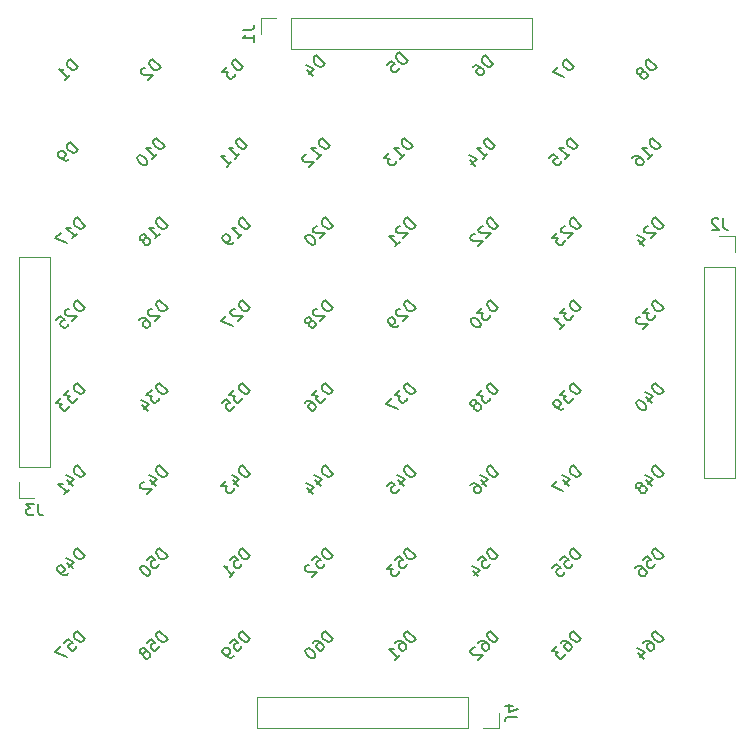
<source format=gbr>
%TF.GenerationSoftware,KiCad,Pcbnew,(5.1.6)-1*%
%TF.CreationDate,2020-05-26T21:01:59-04:00*%
%TF.ProjectId,ArduinoLife2_Display,41726475-696e-46f4-9c69-6665325f4469,rev?*%
%TF.SameCoordinates,Original*%
%TF.FileFunction,Legend,Bot*%
%TF.FilePolarity,Positive*%
%FSLAX46Y46*%
G04 Gerber Fmt 4.6, Leading zero omitted, Abs format (unit mm)*
G04 Created by KiCad (PCBNEW (5.1.6)-1) date 2020-05-26 21:01:59*
%MOMM*%
%LPD*%
G01*
G04 APERTURE LIST*
%ADD10C,0.120000*%
%ADD11C,0.150000*%
G04 APERTURE END LIST*
D10*
%TO.C,J1*%
X142650000Y-75670000D02*
X142650000Y-78330000D01*
X122270000Y-75670000D02*
X142650000Y-75670000D01*
X122270000Y-78330000D02*
X142650000Y-78330000D01*
X122270000Y-75670000D02*
X122270000Y-78330000D01*
X121000000Y-75670000D02*
X119670000Y-75670000D01*
X119670000Y-75670000D02*
X119670000Y-77000000D01*
%TO.C,J2*%
X159830000Y-94170000D02*
X158500000Y-94170000D01*
X159830000Y-95500000D02*
X159830000Y-94170000D01*
X159830000Y-96770000D02*
X157170000Y-96770000D01*
X157170000Y-96770000D02*
X157170000Y-114610000D01*
X159830000Y-96770000D02*
X159830000Y-114610000D01*
X159830000Y-114610000D02*
X157170000Y-114610000D01*
%TO.C,J3*%
X99170000Y-95890000D02*
X101830000Y-95890000D01*
X99170000Y-113730000D02*
X99170000Y-95890000D01*
X101830000Y-113730000D02*
X101830000Y-95890000D01*
X99170000Y-113730000D02*
X101830000Y-113730000D01*
X99170000Y-115000000D02*
X99170000Y-116330000D01*
X99170000Y-116330000D02*
X100500000Y-116330000D01*
%TO.C,J4*%
X119390000Y-135830000D02*
X119390000Y-133170000D01*
X137230000Y-135830000D02*
X119390000Y-135830000D01*
X137230000Y-133170000D02*
X119390000Y-133170000D01*
X137230000Y-135830000D02*
X137230000Y-133170000D01*
X138500000Y-135830000D02*
X139830000Y-135830000D01*
X139830000Y-135830000D02*
X139830000Y-134500000D01*
%TO.C,J1*%
D11*
X118122380Y-76666666D02*
X118836666Y-76666666D01*
X118979523Y-76619047D01*
X119074761Y-76523809D01*
X119122380Y-76380952D01*
X119122380Y-76285714D01*
X119122380Y-77666666D02*
X119122380Y-77095238D01*
X119122380Y-77380952D02*
X118122380Y-77380952D01*
X118265238Y-77285714D01*
X118360476Y-77190476D01*
X118408095Y-77095238D01*
%TO.C,D1*%
X104189676Y-79849801D02*
X103482570Y-79142694D01*
X103314211Y-79311053D01*
X103246867Y-79445740D01*
X103246867Y-79580427D01*
X103280539Y-79681442D01*
X103381554Y-79849801D01*
X103482570Y-79950816D01*
X103650928Y-80051832D01*
X103751944Y-80085503D01*
X103886631Y-80085503D01*
X104021318Y-80018160D01*
X104189676Y-79849801D01*
X103112180Y-80927297D02*
X103516241Y-80523236D01*
X103314211Y-80725267D02*
X102607104Y-80018160D01*
X102775463Y-80051832D01*
X102910150Y-80051832D01*
X103011165Y-80018160D01*
%TO.C,D2*%
X111189676Y-79849801D02*
X110482570Y-79142694D01*
X110314211Y-79311053D01*
X110246867Y-79445740D01*
X110246867Y-79580427D01*
X110280539Y-79681442D01*
X110381554Y-79849801D01*
X110482570Y-79950816D01*
X110650928Y-80051832D01*
X110751944Y-80085503D01*
X110886631Y-80085503D01*
X111021318Y-80018160D01*
X111189676Y-79849801D01*
X109876478Y-79883473D02*
X109809134Y-79883473D01*
X109708119Y-79917144D01*
X109539760Y-80085503D01*
X109506089Y-80186519D01*
X109506089Y-80253862D01*
X109539760Y-80354877D01*
X109607104Y-80422221D01*
X109741791Y-80489564D01*
X110549913Y-80489564D01*
X110112180Y-80927297D01*
%TO.C,D3*%
X118189676Y-79849801D02*
X117482570Y-79142694D01*
X117314211Y-79311053D01*
X117246867Y-79445740D01*
X117246867Y-79580427D01*
X117280539Y-79681442D01*
X117381554Y-79849801D01*
X117482570Y-79950816D01*
X117650928Y-80051832D01*
X117751944Y-80085503D01*
X117886631Y-80085503D01*
X118021318Y-80018160D01*
X118189676Y-79849801D01*
X116842806Y-79782457D02*
X116405073Y-80220190D01*
X116910150Y-80253862D01*
X116809134Y-80354877D01*
X116775463Y-80455893D01*
X116775463Y-80523236D01*
X116809134Y-80624251D01*
X116977493Y-80792610D01*
X117078508Y-80826282D01*
X117145852Y-80826282D01*
X117246867Y-80792610D01*
X117448898Y-80590580D01*
X117482570Y-80489564D01*
X117482570Y-80422221D01*
%TO.C,D4*%
X125091793Y-79547969D02*
X124384687Y-78840862D01*
X124216328Y-79009221D01*
X124148984Y-79143908D01*
X124148984Y-79278595D01*
X124182656Y-79379610D01*
X124283671Y-79547969D01*
X124384687Y-79648984D01*
X124553045Y-79750000D01*
X124654061Y-79783671D01*
X124788748Y-79783671D01*
X124923435Y-79716328D01*
X125091793Y-79547969D01*
X123610236Y-80086717D02*
X124081641Y-80558122D01*
X123509221Y-79648984D02*
X124182656Y-79985702D01*
X123744923Y-80423435D01*
%TO.C,D5*%
X132091793Y-79297969D02*
X131384687Y-78590862D01*
X131216328Y-78759221D01*
X131148984Y-78893908D01*
X131148984Y-79028595D01*
X131182656Y-79129610D01*
X131283671Y-79297969D01*
X131384687Y-79398984D01*
X131553045Y-79500000D01*
X131654061Y-79533671D01*
X131788748Y-79533671D01*
X131923435Y-79466328D01*
X132091793Y-79297969D01*
X130340862Y-79634687D02*
X130677580Y-79297969D01*
X131047969Y-79601015D01*
X130980625Y-79601015D01*
X130879610Y-79634687D01*
X130711251Y-79803045D01*
X130677580Y-79904061D01*
X130677580Y-79971404D01*
X130711251Y-80072419D01*
X130879610Y-80240778D01*
X130980625Y-80274450D01*
X131047969Y-80274450D01*
X131148984Y-80240778D01*
X131317343Y-80072419D01*
X131351015Y-79971404D01*
X131351015Y-79904061D01*
%TO.C,D6*%
X139341793Y-79547969D02*
X138634687Y-78840862D01*
X138466328Y-79009221D01*
X138398984Y-79143908D01*
X138398984Y-79278595D01*
X138432656Y-79379610D01*
X138533671Y-79547969D01*
X138634687Y-79648984D01*
X138803045Y-79750000D01*
X138904061Y-79783671D01*
X139038748Y-79783671D01*
X139173435Y-79716328D01*
X139341793Y-79547969D01*
X137624534Y-79851015D02*
X137759221Y-79716328D01*
X137860236Y-79682656D01*
X137927580Y-79682656D01*
X138095938Y-79716328D01*
X138264297Y-79817343D01*
X138533671Y-80086717D01*
X138567343Y-80187732D01*
X138567343Y-80255076D01*
X138533671Y-80356091D01*
X138398984Y-80490778D01*
X138297969Y-80524450D01*
X138230625Y-80524450D01*
X138129610Y-80490778D01*
X137961251Y-80322419D01*
X137927580Y-80221404D01*
X137927580Y-80154061D01*
X137961251Y-80053045D01*
X138095938Y-79918358D01*
X138196954Y-79884687D01*
X138264297Y-79884687D01*
X138365312Y-79918358D01*
%TO.C,D7*%
X146189676Y-79849801D02*
X145482570Y-79142694D01*
X145314211Y-79311053D01*
X145246867Y-79445740D01*
X145246867Y-79580427D01*
X145280539Y-79681442D01*
X145381554Y-79849801D01*
X145482570Y-79950816D01*
X145650928Y-80051832D01*
X145751944Y-80085503D01*
X145886631Y-80085503D01*
X146021318Y-80018160D01*
X146189676Y-79849801D01*
X144842806Y-79782457D02*
X144371402Y-80253862D01*
X145381554Y-80657923D01*
%TO.C,D8*%
X153189676Y-79849801D02*
X152482570Y-79142694D01*
X152314211Y-79311053D01*
X152246867Y-79445740D01*
X152246867Y-79580427D01*
X152280539Y-79681442D01*
X152381554Y-79849801D01*
X152482570Y-79950816D01*
X152650928Y-80051832D01*
X152751944Y-80085503D01*
X152886631Y-80085503D01*
X153021318Y-80018160D01*
X153189676Y-79849801D01*
X151977493Y-80253862D02*
X152011165Y-80152847D01*
X152011165Y-80085503D01*
X151977493Y-79984488D01*
X151943821Y-79950816D01*
X151842806Y-79917144D01*
X151775463Y-79917144D01*
X151674447Y-79950816D01*
X151539760Y-80085503D01*
X151506089Y-80186519D01*
X151506089Y-80253862D01*
X151539760Y-80354877D01*
X151573432Y-80388549D01*
X151674447Y-80422221D01*
X151741791Y-80422221D01*
X151842806Y-80388549D01*
X151977493Y-80253862D01*
X152078508Y-80220190D01*
X152145852Y-80220190D01*
X152246867Y-80253862D01*
X152381554Y-80388549D01*
X152415226Y-80489564D01*
X152415226Y-80556908D01*
X152381554Y-80657923D01*
X152246867Y-80792610D01*
X152145852Y-80826282D01*
X152078508Y-80826282D01*
X151977493Y-80792610D01*
X151842806Y-80657923D01*
X151809134Y-80556908D01*
X151809134Y-80489564D01*
X151842806Y-80388549D01*
%TO.C,D9*%
X104189676Y-86849801D02*
X103482570Y-86142694D01*
X103314211Y-86311053D01*
X103246867Y-86445740D01*
X103246867Y-86580427D01*
X103280539Y-86681442D01*
X103381554Y-86849801D01*
X103482570Y-86950816D01*
X103650928Y-87051832D01*
X103751944Y-87085503D01*
X103886631Y-87085503D01*
X104021318Y-87018160D01*
X104189676Y-86849801D01*
X103448898Y-87590580D02*
X103314211Y-87725267D01*
X103213195Y-87758938D01*
X103145852Y-87758938D01*
X102977493Y-87725267D01*
X102809134Y-87624251D01*
X102539760Y-87354877D01*
X102506089Y-87253862D01*
X102506089Y-87186519D01*
X102539760Y-87085503D01*
X102674447Y-86950816D01*
X102775463Y-86917144D01*
X102842806Y-86917144D01*
X102943821Y-86950816D01*
X103112180Y-87119175D01*
X103145852Y-87220190D01*
X103145852Y-87287534D01*
X103112180Y-87388549D01*
X102977493Y-87523236D01*
X102876478Y-87556908D01*
X102809134Y-87556908D01*
X102708119Y-87523236D01*
%TO.C,D10*%
X111526394Y-86513083D02*
X110819287Y-85805977D01*
X110650928Y-85974335D01*
X110583585Y-86109022D01*
X110583585Y-86243709D01*
X110617257Y-86344725D01*
X110718272Y-86513083D01*
X110819287Y-86614099D01*
X110987646Y-86715114D01*
X111088661Y-86748786D01*
X111223348Y-86748786D01*
X111358035Y-86681442D01*
X111526394Y-86513083D01*
X110448898Y-87590580D02*
X110852959Y-87186519D01*
X110650928Y-87388549D02*
X109943821Y-86681442D01*
X110112180Y-86715114D01*
X110246867Y-86715114D01*
X110347883Y-86681442D01*
X109304058Y-87321206D02*
X109236715Y-87388549D01*
X109203043Y-87489564D01*
X109203043Y-87556908D01*
X109236715Y-87657923D01*
X109337730Y-87826282D01*
X109506089Y-87994641D01*
X109674447Y-88095656D01*
X109775463Y-88129328D01*
X109842806Y-88129328D01*
X109943821Y-88095656D01*
X110011165Y-88028312D01*
X110044837Y-87927297D01*
X110044837Y-87859954D01*
X110011165Y-87758938D01*
X109910150Y-87590580D01*
X109741791Y-87422221D01*
X109573432Y-87321206D01*
X109472417Y-87287534D01*
X109405073Y-87287534D01*
X109304058Y-87321206D01*
%TO.C,D11*%
X118526394Y-86513083D02*
X117819287Y-85805977D01*
X117650928Y-85974335D01*
X117583585Y-86109022D01*
X117583585Y-86243709D01*
X117617257Y-86344725D01*
X117718272Y-86513083D01*
X117819287Y-86614099D01*
X117987646Y-86715114D01*
X118088661Y-86748786D01*
X118223348Y-86748786D01*
X118358035Y-86681442D01*
X118526394Y-86513083D01*
X117448898Y-87590580D02*
X117852959Y-87186519D01*
X117650928Y-87388549D02*
X116943821Y-86681442D01*
X117112180Y-86715114D01*
X117246867Y-86715114D01*
X117347883Y-86681442D01*
X116775463Y-88264015D02*
X117179524Y-87859954D01*
X116977493Y-88061984D02*
X116270386Y-87354877D01*
X116438745Y-87388549D01*
X116573432Y-87388549D01*
X116674447Y-87354877D01*
%TO.C,D12*%
X125526394Y-86513083D02*
X124819287Y-85805977D01*
X124650928Y-85974335D01*
X124583585Y-86109022D01*
X124583585Y-86243709D01*
X124617257Y-86344725D01*
X124718272Y-86513083D01*
X124819287Y-86614099D01*
X124987646Y-86715114D01*
X125088661Y-86748786D01*
X125223348Y-86748786D01*
X125358035Y-86681442D01*
X125526394Y-86513083D01*
X124448898Y-87590580D02*
X124852959Y-87186519D01*
X124650928Y-87388549D02*
X123943821Y-86681442D01*
X124112180Y-86715114D01*
X124246867Y-86715114D01*
X124347883Y-86681442D01*
X123539760Y-87220190D02*
X123472417Y-87220190D01*
X123371402Y-87253862D01*
X123203043Y-87422221D01*
X123169371Y-87523236D01*
X123169371Y-87590580D01*
X123203043Y-87691595D01*
X123270386Y-87758938D01*
X123405073Y-87826282D01*
X124213195Y-87826282D01*
X123775463Y-88264015D01*
%TO.C,D13*%
X132526394Y-86513083D02*
X131819287Y-85805977D01*
X131650928Y-85974335D01*
X131583585Y-86109022D01*
X131583585Y-86243709D01*
X131617257Y-86344725D01*
X131718272Y-86513083D01*
X131819287Y-86614099D01*
X131987646Y-86715114D01*
X132088661Y-86748786D01*
X132223348Y-86748786D01*
X132358035Y-86681442D01*
X132526394Y-86513083D01*
X131448898Y-87590580D02*
X131852959Y-87186519D01*
X131650928Y-87388549D02*
X130943821Y-86681442D01*
X131112180Y-86715114D01*
X131246867Y-86715114D01*
X131347883Y-86681442D01*
X130506089Y-87119175D02*
X130068356Y-87556908D01*
X130573432Y-87590580D01*
X130472417Y-87691595D01*
X130438745Y-87792610D01*
X130438745Y-87859954D01*
X130472417Y-87960969D01*
X130640776Y-88129328D01*
X130741791Y-88162999D01*
X130809134Y-88162999D01*
X130910150Y-88129328D01*
X131112180Y-87927297D01*
X131145852Y-87826282D01*
X131145852Y-87758938D01*
%TO.C,D14*%
X139526394Y-86513083D02*
X138819287Y-85805977D01*
X138650928Y-85974335D01*
X138583585Y-86109022D01*
X138583585Y-86243709D01*
X138617257Y-86344725D01*
X138718272Y-86513083D01*
X138819287Y-86614099D01*
X138987646Y-86715114D01*
X139088661Y-86748786D01*
X139223348Y-86748786D01*
X139358035Y-86681442D01*
X139526394Y-86513083D01*
X138448898Y-87590580D02*
X138852959Y-87186519D01*
X138650928Y-87388549D02*
X137943821Y-86681442D01*
X138112180Y-86715114D01*
X138246867Y-86715114D01*
X138347883Y-86681442D01*
X137371402Y-87725267D02*
X137842806Y-88196671D01*
X137270386Y-87287534D02*
X137943821Y-87624251D01*
X137506089Y-88061984D01*
%TO.C,D15*%
X146526394Y-86513083D02*
X145819287Y-85805977D01*
X145650928Y-85974335D01*
X145583585Y-86109022D01*
X145583585Y-86243709D01*
X145617257Y-86344725D01*
X145718272Y-86513083D01*
X145819287Y-86614099D01*
X145987646Y-86715114D01*
X146088661Y-86748786D01*
X146223348Y-86748786D01*
X146358035Y-86681442D01*
X146526394Y-86513083D01*
X145448898Y-87590580D02*
X145852959Y-87186519D01*
X145650928Y-87388549D02*
X144943821Y-86681442D01*
X145112180Y-86715114D01*
X145246867Y-86715114D01*
X145347883Y-86681442D01*
X144102028Y-87523236D02*
X144438745Y-87186519D01*
X144809134Y-87489564D01*
X144741791Y-87489564D01*
X144640776Y-87523236D01*
X144472417Y-87691595D01*
X144438745Y-87792610D01*
X144438745Y-87859954D01*
X144472417Y-87960969D01*
X144640776Y-88129328D01*
X144741791Y-88162999D01*
X144809134Y-88162999D01*
X144910150Y-88129328D01*
X145078508Y-87960969D01*
X145112180Y-87859954D01*
X145112180Y-87792610D01*
%TO.C,D16*%
X153526394Y-86513083D02*
X152819287Y-85805977D01*
X152650928Y-85974335D01*
X152583585Y-86109022D01*
X152583585Y-86243709D01*
X152617257Y-86344725D01*
X152718272Y-86513083D01*
X152819287Y-86614099D01*
X152987646Y-86715114D01*
X153088661Y-86748786D01*
X153223348Y-86748786D01*
X153358035Y-86681442D01*
X153526394Y-86513083D01*
X152448898Y-87590580D02*
X152852959Y-87186519D01*
X152650928Y-87388549D02*
X151943821Y-86681442D01*
X152112180Y-86715114D01*
X152246867Y-86715114D01*
X152347883Y-86681442D01*
X151135699Y-87489564D02*
X151270386Y-87354877D01*
X151371402Y-87321206D01*
X151438745Y-87321206D01*
X151607104Y-87354877D01*
X151775463Y-87455893D01*
X152044837Y-87725267D01*
X152078508Y-87826282D01*
X152078508Y-87893625D01*
X152044837Y-87994641D01*
X151910150Y-88129328D01*
X151809134Y-88162999D01*
X151741791Y-88162999D01*
X151640776Y-88129328D01*
X151472417Y-87960969D01*
X151438745Y-87859954D01*
X151438745Y-87792610D01*
X151472417Y-87691595D01*
X151607104Y-87556908D01*
X151708119Y-87523236D01*
X151775463Y-87523236D01*
X151876478Y-87556908D01*
%TO.C,D17*%
X104776394Y-93263083D02*
X104069287Y-92555977D01*
X103900928Y-92724335D01*
X103833585Y-92859022D01*
X103833585Y-92993709D01*
X103867257Y-93094725D01*
X103968272Y-93263083D01*
X104069287Y-93364099D01*
X104237646Y-93465114D01*
X104338661Y-93498786D01*
X104473348Y-93498786D01*
X104608035Y-93431442D01*
X104776394Y-93263083D01*
X103698898Y-94340580D02*
X104102959Y-93936519D01*
X103900928Y-94138549D02*
X103193821Y-93431442D01*
X103362180Y-93465114D01*
X103496867Y-93465114D01*
X103597883Y-93431442D01*
X102756089Y-93869175D02*
X102284684Y-94340580D01*
X103294837Y-94744641D01*
%TO.C,D18*%
X111776394Y-93263083D02*
X111069287Y-92555977D01*
X110900928Y-92724335D01*
X110833585Y-92859022D01*
X110833585Y-92993709D01*
X110867257Y-93094725D01*
X110968272Y-93263083D01*
X111069287Y-93364099D01*
X111237646Y-93465114D01*
X111338661Y-93498786D01*
X111473348Y-93498786D01*
X111608035Y-93431442D01*
X111776394Y-93263083D01*
X110698898Y-94340580D02*
X111102959Y-93936519D01*
X110900928Y-94138549D02*
X110193821Y-93431442D01*
X110362180Y-93465114D01*
X110496867Y-93465114D01*
X110597883Y-93431442D01*
X109890776Y-94340580D02*
X109924447Y-94239564D01*
X109924447Y-94172221D01*
X109890776Y-94071206D01*
X109857104Y-94037534D01*
X109756089Y-94003862D01*
X109688745Y-94003862D01*
X109587730Y-94037534D01*
X109453043Y-94172221D01*
X109419371Y-94273236D01*
X109419371Y-94340580D01*
X109453043Y-94441595D01*
X109486715Y-94475267D01*
X109587730Y-94508938D01*
X109655073Y-94508938D01*
X109756089Y-94475267D01*
X109890776Y-94340580D01*
X109991791Y-94306908D01*
X110059134Y-94306908D01*
X110160150Y-94340580D01*
X110294837Y-94475267D01*
X110328508Y-94576282D01*
X110328508Y-94643625D01*
X110294837Y-94744641D01*
X110160150Y-94879328D01*
X110059134Y-94912999D01*
X109991791Y-94912999D01*
X109890776Y-94879328D01*
X109756089Y-94744641D01*
X109722417Y-94643625D01*
X109722417Y-94576282D01*
X109756089Y-94475267D01*
%TO.C,D19*%
X118776394Y-93263083D02*
X118069287Y-92555977D01*
X117900928Y-92724335D01*
X117833585Y-92859022D01*
X117833585Y-92993709D01*
X117867257Y-93094725D01*
X117968272Y-93263083D01*
X118069287Y-93364099D01*
X118237646Y-93465114D01*
X118338661Y-93498786D01*
X118473348Y-93498786D01*
X118608035Y-93431442D01*
X118776394Y-93263083D01*
X117698898Y-94340580D02*
X118102959Y-93936519D01*
X117900928Y-94138549D02*
X117193821Y-93431442D01*
X117362180Y-93465114D01*
X117496867Y-93465114D01*
X117597883Y-93431442D01*
X117362180Y-94677297D02*
X117227493Y-94811984D01*
X117126478Y-94845656D01*
X117059134Y-94845656D01*
X116890776Y-94811984D01*
X116722417Y-94710969D01*
X116453043Y-94441595D01*
X116419371Y-94340580D01*
X116419371Y-94273236D01*
X116453043Y-94172221D01*
X116587730Y-94037534D01*
X116688745Y-94003862D01*
X116756089Y-94003862D01*
X116857104Y-94037534D01*
X117025463Y-94205893D01*
X117059134Y-94306908D01*
X117059134Y-94374251D01*
X117025463Y-94475267D01*
X116890776Y-94609954D01*
X116789760Y-94643625D01*
X116722417Y-94643625D01*
X116621402Y-94609954D01*
%TO.C,D20*%
X125776394Y-93263083D02*
X125069287Y-92555977D01*
X124900928Y-92724335D01*
X124833585Y-92859022D01*
X124833585Y-92993709D01*
X124867257Y-93094725D01*
X124968272Y-93263083D01*
X125069287Y-93364099D01*
X125237646Y-93465114D01*
X125338661Y-93498786D01*
X125473348Y-93498786D01*
X125608035Y-93431442D01*
X125776394Y-93263083D01*
X124463195Y-93296755D02*
X124395852Y-93296755D01*
X124294837Y-93330427D01*
X124126478Y-93498786D01*
X124092806Y-93599801D01*
X124092806Y-93667144D01*
X124126478Y-93768160D01*
X124193821Y-93835503D01*
X124328508Y-93902847D01*
X125136631Y-93902847D01*
X124698898Y-94340580D01*
X123554058Y-94071206D02*
X123486715Y-94138549D01*
X123453043Y-94239564D01*
X123453043Y-94306908D01*
X123486715Y-94407923D01*
X123587730Y-94576282D01*
X123756089Y-94744641D01*
X123924447Y-94845656D01*
X124025463Y-94879328D01*
X124092806Y-94879328D01*
X124193821Y-94845656D01*
X124261165Y-94778312D01*
X124294837Y-94677297D01*
X124294837Y-94609954D01*
X124261165Y-94508938D01*
X124160150Y-94340580D01*
X123991791Y-94172221D01*
X123823432Y-94071206D01*
X123722417Y-94037534D01*
X123655073Y-94037534D01*
X123554058Y-94071206D01*
%TO.C,D21*%
X132776394Y-93263083D02*
X132069287Y-92555977D01*
X131900928Y-92724335D01*
X131833585Y-92859022D01*
X131833585Y-92993709D01*
X131867257Y-93094725D01*
X131968272Y-93263083D01*
X132069287Y-93364099D01*
X132237646Y-93465114D01*
X132338661Y-93498786D01*
X132473348Y-93498786D01*
X132608035Y-93431442D01*
X132776394Y-93263083D01*
X131463195Y-93296755D02*
X131395852Y-93296755D01*
X131294837Y-93330427D01*
X131126478Y-93498786D01*
X131092806Y-93599801D01*
X131092806Y-93667144D01*
X131126478Y-93768160D01*
X131193821Y-93835503D01*
X131328508Y-93902847D01*
X132136631Y-93902847D01*
X131698898Y-94340580D01*
X131025463Y-95014015D02*
X131429524Y-94609954D01*
X131227493Y-94811984D02*
X130520386Y-94104877D01*
X130688745Y-94138549D01*
X130823432Y-94138549D01*
X130924447Y-94104877D01*
%TO.C,D22*%
X139776394Y-93263083D02*
X139069287Y-92555977D01*
X138900928Y-92724335D01*
X138833585Y-92859022D01*
X138833585Y-92993709D01*
X138867257Y-93094725D01*
X138968272Y-93263083D01*
X139069287Y-93364099D01*
X139237646Y-93465114D01*
X139338661Y-93498786D01*
X139473348Y-93498786D01*
X139608035Y-93431442D01*
X139776394Y-93263083D01*
X138463195Y-93296755D02*
X138395852Y-93296755D01*
X138294837Y-93330427D01*
X138126478Y-93498786D01*
X138092806Y-93599801D01*
X138092806Y-93667144D01*
X138126478Y-93768160D01*
X138193821Y-93835503D01*
X138328508Y-93902847D01*
X139136631Y-93902847D01*
X138698898Y-94340580D01*
X137789760Y-93970190D02*
X137722417Y-93970190D01*
X137621402Y-94003862D01*
X137453043Y-94172221D01*
X137419371Y-94273236D01*
X137419371Y-94340580D01*
X137453043Y-94441595D01*
X137520386Y-94508938D01*
X137655073Y-94576282D01*
X138463195Y-94576282D01*
X138025463Y-95014015D01*
%TO.C,D23*%
X146776394Y-93263083D02*
X146069287Y-92555977D01*
X145900928Y-92724335D01*
X145833585Y-92859022D01*
X145833585Y-92993709D01*
X145867257Y-93094725D01*
X145968272Y-93263083D01*
X146069287Y-93364099D01*
X146237646Y-93465114D01*
X146338661Y-93498786D01*
X146473348Y-93498786D01*
X146608035Y-93431442D01*
X146776394Y-93263083D01*
X145463195Y-93296755D02*
X145395852Y-93296755D01*
X145294837Y-93330427D01*
X145126478Y-93498786D01*
X145092806Y-93599801D01*
X145092806Y-93667144D01*
X145126478Y-93768160D01*
X145193821Y-93835503D01*
X145328508Y-93902847D01*
X146136631Y-93902847D01*
X145698898Y-94340580D01*
X144756089Y-93869175D02*
X144318356Y-94306908D01*
X144823432Y-94340580D01*
X144722417Y-94441595D01*
X144688745Y-94542610D01*
X144688745Y-94609954D01*
X144722417Y-94710969D01*
X144890776Y-94879328D01*
X144991791Y-94912999D01*
X145059134Y-94912999D01*
X145160150Y-94879328D01*
X145362180Y-94677297D01*
X145395852Y-94576282D01*
X145395852Y-94508938D01*
%TO.C,D24*%
X153776394Y-93263083D02*
X153069287Y-92555977D01*
X152900928Y-92724335D01*
X152833585Y-92859022D01*
X152833585Y-92993709D01*
X152867257Y-93094725D01*
X152968272Y-93263083D01*
X153069287Y-93364099D01*
X153237646Y-93465114D01*
X153338661Y-93498786D01*
X153473348Y-93498786D01*
X153608035Y-93431442D01*
X153776394Y-93263083D01*
X152463195Y-93296755D02*
X152395852Y-93296755D01*
X152294837Y-93330427D01*
X152126478Y-93498786D01*
X152092806Y-93599801D01*
X152092806Y-93667144D01*
X152126478Y-93768160D01*
X152193821Y-93835503D01*
X152328508Y-93902847D01*
X153136631Y-93902847D01*
X152698898Y-94340580D01*
X151621402Y-94475267D02*
X152092806Y-94946671D01*
X151520386Y-94037534D02*
X152193821Y-94374251D01*
X151756089Y-94811984D01*
%TO.C,D25*%
X104776394Y-100263083D02*
X104069287Y-99555977D01*
X103900928Y-99724335D01*
X103833585Y-99859022D01*
X103833585Y-99993709D01*
X103867257Y-100094725D01*
X103968272Y-100263083D01*
X104069287Y-100364099D01*
X104237646Y-100465114D01*
X104338661Y-100498786D01*
X104473348Y-100498786D01*
X104608035Y-100431442D01*
X104776394Y-100263083D01*
X103463195Y-100296755D02*
X103395852Y-100296755D01*
X103294837Y-100330427D01*
X103126478Y-100498786D01*
X103092806Y-100599801D01*
X103092806Y-100667144D01*
X103126478Y-100768160D01*
X103193821Y-100835503D01*
X103328508Y-100902847D01*
X104136631Y-100902847D01*
X103698898Y-101340580D01*
X102352028Y-101273236D02*
X102688745Y-100936519D01*
X103059134Y-101239564D01*
X102991791Y-101239564D01*
X102890776Y-101273236D01*
X102722417Y-101441595D01*
X102688745Y-101542610D01*
X102688745Y-101609954D01*
X102722417Y-101710969D01*
X102890776Y-101879328D01*
X102991791Y-101912999D01*
X103059134Y-101912999D01*
X103160150Y-101879328D01*
X103328508Y-101710969D01*
X103362180Y-101609954D01*
X103362180Y-101542610D01*
%TO.C,D26*%
X111776394Y-100263083D02*
X111069287Y-99555977D01*
X110900928Y-99724335D01*
X110833585Y-99859022D01*
X110833585Y-99993709D01*
X110867257Y-100094725D01*
X110968272Y-100263083D01*
X111069287Y-100364099D01*
X111237646Y-100465114D01*
X111338661Y-100498786D01*
X111473348Y-100498786D01*
X111608035Y-100431442D01*
X111776394Y-100263083D01*
X110463195Y-100296755D02*
X110395852Y-100296755D01*
X110294837Y-100330427D01*
X110126478Y-100498786D01*
X110092806Y-100599801D01*
X110092806Y-100667144D01*
X110126478Y-100768160D01*
X110193821Y-100835503D01*
X110328508Y-100902847D01*
X111136631Y-100902847D01*
X110698898Y-101340580D01*
X109385699Y-101239564D02*
X109520386Y-101104877D01*
X109621402Y-101071206D01*
X109688745Y-101071206D01*
X109857104Y-101104877D01*
X110025463Y-101205893D01*
X110294837Y-101475267D01*
X110328508Y-101576282D01*
X110328508Y-101643625D01*
X110294837Y-101744641D01*
X110160150Y-101879328D01*
X110059134Y-101912999D01*
X109991791Y-101912999D01*
X109890776Y-101879328D01*
X109722417Y-101710969D01*
X109688745Y-101609954D01*
X109688745Y-101542610D01*
X109722417Y-101441595D01*
X109857104Y-101306908D01*
X109958119Y-101273236D01*
X110025463Y-101273236D01*
X110126478Y-101306908D01*
%TO.C,D27*%
X118776394Y-100263083D02*
X118069287Y-99555977D01*
X117900928Y-99724335D01*
X117833585Y-99859022D01*
X117833585Y-99993709D01*
X117867257Y-100094725D01*
X117968272Y-100263083D01*
X118069287Y-100364099D01*
X118237646Y-100465114D01*
X118338661Y-100498786D01*
X118473348Y-100498786D01*
X118608035Y-100431442D01*
X118776394Y-100263083D01*
X117463195Y-100296755D02*
X117395852Y-100296755D01*
X117294837Y-100330427D01*
X117126478Y-100498786D01*
X117092806Y-100599801D01*
X117092806Y-100667144D01*
X117126478Y-100768160D01*
X117193821Y-100835503D01*
X117328508Y-100902847D01*
X118136631Y-100902847D01*
X117698898Y-101340580D01*
X116756089Y-100869175D02*
X116284684Y-101340580D01*
X117294837Y-101744641D01*
%TO.C,D28*%
X125776394Y-100263083D02*
X125069287Y-99555977D01*
X124900928Y-99724335D01*
X124833585Y-99859022D01*
X124833585Y-99993709D01*
X124867257Y-100094725D01*
X124968272Y-100263083D01*
X125069287Y-100364099D01*
X125237646Y-100465114D01*
X125338661Y-100498786D01*
X125473348Y-100498786D01*
X125608035Y-100431442D01*
X125776394Y-100263083D01*
X124463195Y-100296755D02*
X124395852Y-100296755D01*
X124294837Y-100330427D01*
X124126478Y-100498786D01*
X124092806Y-100599801D01*
X124092806Y-100667144D01*
X124126478Y-100768160D01*
X124193821Y-100835503D01*
X124328508Y-100902847D01*
X125136631Y-100902847D01*
X124698898Y-101340580D01*
X123890776Y-101340580D02*
X123924447Y-101239564D01*
X123924447Y-101172221D01*
X123890776Y-101071206D01*
X123857104Y-101037534D01*
X123756089Y-101003862D01*
X123688745Y-101003862D01*
X123587730Y-101037534D01*
X123453043Y-101172221D01*
X123419371Y-101273236D01*
X123419371Y-101340580D01*
X123453043Y-101441595D01*
X123486715Y-101475267D01*
X123587730Y-101508938D01*
X123655073Y-101508938D01*
X123756089Y-101475267D01*
X123890776Y-101340580D01*
X123991791Y-101306908D01*
X124059134Y-101306908D01*
X124160150Y-101340580D01*
X124294837Y-101475267D01*
X124328508Y-101576282D01*
X124328508Y-101643625D01*
X124294837Y-101744641D01*
X124160150Y-101879328D01*
X124059134Y-101912999D01*
X123991791Y-101912999D01*
X123890776Y-101879328D01*
X123756089Y-101744641D01*
X123722417Y-101643625D01*
X123722417Y-101576282D01*
X123756089Y-101475267D01*
%TO.C,D29*%
X132776394Y-100263083D02*
X132069287Y-99555977D01*
X131900928Y-99724335D01*
X131833585Y-99859022D01*
X131833585Y-99993709D01*
X131867257Y-100094725D01*
X131968272Y-100263083D01*
X132069287Y-100364099D01*
X132237646Y-100465114D01*
X132338661Y-100498786D01*
X132473348Y-100498786D01*
X132608035Y-100431442D01*
X132776394Y-100263083D01*
X131463195Y-100296755D02*
X131395852Y-100296755D01*
X131294837Y-100330427D01*
X131126478Y-100498786D01*
X131092806Y-100599801D01*
X131092806Y-100667144D01*
X131126478Y-100768160D01*
X131193821Y-100835503D01*
X131328508Y-100902847D01*
X132136631Y-100902847D01*
X131698898Y-101340580D01*
X131362180Y-101677297D02*
X131227493Y-101811984D01*
X131126478Y-101845656D01*
X131059134Y-101845656D01*
X130890776Y-101811984D01*
X130722417Y-101710969D01*
X130453043Y-101441595D01*
X130419371Y-101340580D01*
X130419371Y-101273236D01*
X130453043Y-101172221D01*
X130587730Y-101037534D01*
X130688745Y-101003862D01*
X130756089Y-101003862D01*
X130857104Y-101037534D01*
X131025463Y-101205893D01*
X131059134Y-101306908D01*
X131059134Y-101374251D01*
X131025463Y-101475267D01*
X130890776Y-101609954D01*
X130789760Y-101643625D01*
X130722417Y-101643625D01*
X130621402Y-101609954D01*
%TO.C,D30*%
X139776394Y-100263083D02*
X139069287Y-99555977D01*
X138900928Y-99724335D01*
X138833585Y-99859022D01*
X138833585Y-99993709D01*
X138867257Y-100094725D01*
X138968272Y-100263083D01*
X139069287Y-100364099D01*
X139237646Y-100465114D01*
X139338661Y-100498786D01*
X139473348Y-100498786D01*
X139608035Y-100431442D01*
X139776394Y-100263083D01*
X138429524Y-100195740D02*
X137991791Y-100633473D01*
X138496867Y-100667144D01*
X138395852Y-100768160D01*
X138362180Y-100869175D01*
X138362180Y-100936519D01*
X138395852Y-101037534D01*
X138564211Y-101205893D01*
X138665226Y-101239564D01*
X138732570Y-101239564D01*
X138833585Y-101205893D01*
X139035615Y-101003862D01*
X139069287Y-100902847D01*
X139069287Y-100835503D01*
X137554058Y-101071206D02*
X137486715Y-101138549D01*
X137453043Y-101239564D01*
X137453043Y-101306908D01*
X137486715Y-101407923D01*
X137587730Y-101576282D01*
X137756089Y-101744641D01*
X137924447Y-101845656D01*
X138025463Y-101879328D01*
X138092806Y-101879328D01*
X138193821Y-101845656D01*
X138261165Y-101778312D01*
X138294837Y-101677297D01*
X138294837Y-101609954D01*
X138261165Y-101508938D01*
X138160150Y-101340580D01*
X137991791Y-101172221D01*
X137823432Y-101071206D01*
X137722417Y-101037534D01*
X137655073Y-101037534D01*
X137554058Y-101071206D01*
%TO.C,D31*%
X146776394Y-100263083D02*
X146069287Y-99555977D01*
X145900928Y-99724335D01*
X145833585Y-99859022D01*
X145833585Y-99993709D01*
X145867257Y-100094725D01*
X145968272Y-100263083D01*
X146069287Y-100364099D01*
X146237646Y-100465114D01*
X146338661Y-100498786D01*
X146473348Y-100498786D01*
X146608035Y-100431442D01*
X146776394Y-100263083D01*
X145429524Y-100195740D02*
X144991791Y-100633473D01*
X145496867Y-100667144D01*
X145395852Y-100768160D01*
X145362180Y-100869175D01*
X145362180Y-100936519D01*
X145395852Y-101037534D01*
X145564211Y-101205893D01*
X145665226Y-101239564D01*
X145732570Y-101239564D01*
X145833585Y-101205893D01*
X146035615Y-101003862D01*
X146069287Y-100902847D01*
X146069287Y-100835503D01*
X145025463Y-102014015D02*
X145429524Y-101609954D01*
X145227493Y-101811984D02*
X144520386Y-101104877D01*
X144688745Y-101138549D01*
X144823432Y-101138549D01*
X144924447Y-101104877D01*
%TO.C,D32*%
X153776394Y-100263083D02*
X153069287Y-99555977D01*
X152900928Y-99724335D01*
X152833585Y-99859022D01*
X152833585Y-99993709D01*
X152867257Y-100094725D01*
X152968272Y-100263083D01*
X153069287Y-100364099D01*
X153237646Y-100465114D01*
X153338661Y-100498786D01*
X153473348Y-100498786D01*
X153608035Y-100431442D01*
X153776394Y-100263083D01*
X152429524Y-100195740D02*
X151991791Y-100633473D01*
X152496867Y-100667144D01*
X152395852Y-100768160D01*
X152362180Y-100869175D01*
X152362180Y-100936519D01*
X152395852Y-101037534D01*
X152564211Y-101205893D01*
X152665226Y-101239564D01*
X152732570Y-101239564D01*
X152833585Y-101205893D01*
X153035615Y-101003862D01*
X153069287Y-100902847D01*
X153069287Y-100835503D01*
X151789760Y-100970190D02*
X151722417Y-100970190D01*
X151621402Y-101003862D01*
X151453043Y-101172221D01*
X151419371Y-101273236D01*
X151419371Y-101340580D01*
X151453043Y-101441595D01*
X151520386Y-101508938D01*
X151655073Y-101576282D01*
X152463195Y-101576282D01*
X152025463Y-102014015D01*
%TO.C,D33*%
X104776394Y-107263083D02*
X104069287Y-106555977D01*
X103900928Y-106724335D01*
X103833585Y-106859022D01*
X103833585Y-106993709D01*
X103867257Y-107094725D01*
X103968272Y-107263083D01*
X104069287Y-107364099D01*
X104237646Y-107465114D01*
X104338661Y-107498786D01*
X104473348Y-107498786D01*
X104608035Y-107431442D01*
X104776394Y-107263083D01*
X103429524Y-107195740D02*
X102991791Y-107633473D01*
X103496867Y-107667144D01*
X103395852Y-107768160D01*
X103362180Y-107869175D01*
X103362180Y-107936519D01*
X103395852Y-108037534D01*
X103564211Y-108205893D01*
X103665226Y-108239564D01*
X103732570Y-108239564D01*
X103833585Y-108205893D01*
X104035615Y-108003862D01*
X104069287Y-107902847D01*
X104069287Y-107835503D01*
X102756089Y-107869175D02*
X102318356Y-108306908D01*
X102823432Y-108340580D01*
X102722417Y-108441595D01*
X102688745Y-108542610D01*
X102688745Y-108609954D01*
X102722417Y-108710969D01*
X102890776Y-108879328D01*
X102991791Y-108912999D01*
X103059134Y-108912999D01*
X103160150Y-108879328D01*
X103362180Y-108677297D01*
X103395852Y-108576282D01*
X103395852Y-108508938D01*
%TO.C,D34*%
X111776394Y-107263083D02*
X111069287Y-106555977D01*
X110900928Y-106724335D01*
X110833585Y-106859022D01*
X110833585Y-106993709D01*
X110867257Y-107094725D01*
X110968272Y-107263083D01*
X111069287Y-107364099D01*
X111237646Y-107465114D01*
X111338661Y-107498786D01*
X111473348Y-107498786D01*
X111608035Y-107431442D01*
X111776394Y-107263083D01*
X110429524Y-107195740D02*
X109991791Y-107633473D01*
X110496867Y-107667144D01*
X110395852Y-107768160D01*
X110362180Y-107869175D01*
X110362180Y-107936519D01*
X110395852Y-108037534D01*
X110564211Y-108205893D01*
X110665226Y-108239564D01*
X110732570Y-108239564D01*
X110833585Y-108205893D01*
X111035615Y-108003862D01*
X111069287Y-107902847D01*
X111069287Y-107835503D01*
X109621402Y-108475267D02*
X110092806Y-108946671D01*
X109520386Y-108037534D02*
X110193821Y-108374251D01*
X109756089Y-108811984D01*
%TO.C,D35*%
X118776394Y-107263083D02*
X118069287Y-106555977D01*
X117900928Y-106724335D01*
X117833585Y-106859022D01*
X117833585Y-106993709D01*
X117867257Y-107094725D01*
X117968272Y-107263083D01*
X118069287Y-107364099D01*
X118237646Y-107465114D01*
X118338661Y-107498786D01*
X118473348Y-107498786D01*
X118608035Y-107431442D01*
X118776394Y-107263083D01*
X117429524Y-107195740D02*
X116991791Y-107633473D01*
X117496867Y-107667144D01*
X117395852Y-107768160D01*
X117362180Y-107869175D01*
X117362180Y-107936519D01*
X117395852Y-108037534D01*
X117564211Y-108205893D01*
X117665226Y-108239564D01*
X117732570Y-108239564D01*
X117833585Y-108205893D01*
X118035615Y-108003862D01*
X118069287Y-107902847D01*
X118069287Y-107835503D01*
X116352028Y-108273236D02*
X116688745Y-107936519D01*
X117059134Y-108239564D01*
X116991791Y-108239564D01*
X116890776Y-108273236D01*
X116722417Y-108441595D01*
X116688745Y-108542610D01*
X116688745Y-108609954D01*
X116722417Y-108710969D01*
X116890776Y-108879328D01*
X116991791Y-108912999D01*
X117059134Y-108912999D01*
X117160150Y-108879328D01*
X117328508Y-108710969D01*
X117362180Y-108609954D01*
X117362180Y-108542610D01*
%TO.C,D36*%
X125776394Y-107263083D02*
X125069287Y-106555977D01*
X124900928Y-106724335D01*
X124833585Y-106859022D01*
X124833585Y-106993709D01*
X124867257Y-107094725D01*
X124968272Y-107263083D01*
X125069287Y-107364099D01*
X125237646Y-107465114D01*
X125338661Y-107498786D01*
X125473348Y-107498786D01*
X125608035Y-107431442D01*
X125776394Y-107263083D01*
X124429524Y-107195740D02*
X123991791Y-107633473D01*
X124496867Y-107667144D01*
X124395852Y-107768160D01*
X124362180Y-107869175D01*
X124362180Y-107936519D01*
X124395852Y-108037534D01*
X124564211Y-108205893D01*
X124665226Y-108239564D01*
X124732570Y-108239564D01*
X124833585Y-108205893D01*
X125035615Y-108003862D01*
X125069287Y-107902847D01*
X125069287Y-107835503D01*
X123385699Y-108239564D02*
X123520386Y-108104877D01*
X123621402Y-108071206D01*
X123688745Y-108071206D01*
X123857104Y-108104877D01*
X124025463Y-108205893D01*
X124294837Y-108475267D01*
X124328508Y-108576282D01*
X124328508Y-108643625D01*
X124294837Y-108744641D01*
X124160150Y-108879328D01*
X124059134Y-108912999D01*
X123991791Y-108912999D01*
X123890776Y-108879328D01*
X123722417Y-108710969D01*
X123688745Y-108609954D01*
X123688745Y-108542610D01*
X123722417Y-108441595D01*
X123857104Y-108306908D01*
X123958119Y-108273236D01*
X124025463Y-108273236D01*
X124126478Y-108306908D01*
%TO.C,D37*%
X132776394Y-107263083D02*
X132069287Y-106555977D01*
X131900928Y-106724335D01*
X131833585Y-106859022D01*
X131833585Y-106993709D01*
X131867257Y-107094725D01*
X131968272Y-107263083D01*
X132069287Y-107364099D01*
X132237646Y-107465114D01*
X132338661Y-107498786D01*
X132473348Y-107498786D01*
X132608035Y-107431442D01*
X132776394Y-107263083D01*
X131429524Y-107195740D02*
X130991791Y-107633473D01*
X131496867Y-107667144D01*
X131395852Y-107768160D01*
X131362180Y-107869175D01*
X131362180Y-107936519D01*
X131395852Y-108037534D01*
X131564211Y-108205893D01*
X131665226Y-108239564D01*
X131732570Y-108239564D01*
X131833585Y-108205893D01*
X132035615Y-108003862D01*
X132069287Y-107902847D01*
X132069287Y-107835503D01*
X130756089Y-107869175D02*
X130284684Y-108340580D01*
X131294837Y-108744641D01*
%TO.C,D38*%
X139776394Y-107263083D02*
X139069287Y-106555977D01*
X138900928Y-106724335D01*
X138833585Y-106859022D01*
X138833585Y-106993709D01*
X138867257Y-107094725D01*
X138968272Y-107263083D01*
X139069287Y-107364099D01*
X139237646Y-107465114D01*
X139338661Y-107498786D01*
X139473348Y-107498786D01*
X139608035Y-107431442D01*
X139776394Y-107263083D01*
X138429524Y-107195740D02*
X137991791Y-107633473D01*
X138496867Y-107667144D01*
X138395852Y-107768160D01*
X138362180Y-107869175D01*
X138362180Y-107936519D01*
X138395852Y-108037534D01*
X138564211Y-108205893D01*
X138665226Y-108239564D01*
X138732570Y-108239564D01*
X138833585Y-108205893D01*
X139035615Y-108003862D01*
X139069287Y-107902847D01*
X139069287Y-107835503D01*
X137890776Y-108340580D02*
X137924447Y-108239564D01*
X137924447Y-108172221D01*
X137890776Y-108071206D01*
X137857104Y-108037534D01*
X137756089Y-108003862D01*
X137688745Y-108003862D01*
X137587730Y-108037534D01*
X137453043Y-108172221D01*
X137419371Y-108273236D01*
X137419371Y-108340580D01*
X137453043Y-108441595D01*
X137486715Y-108475267D01*
X137587730Y-108508938D01*
X137655073Y-108508938D01*
X137756089Y-108475267D01*
X137890776Y-108340580D01*
X137991791Y-108306908D01*
X138059134Y-108306908D01*
X138160150Y-108340580D01*
X138294837Y-108475267D01*
X138328508Y-108576282D01*
X138328508Y-108643625D01*
X138294837Y-108744641D01*
X138160150Y-108879328D01*
X138059134Y-108912999D01*
X137991791Y-108912999D01*
X137890776Y-108879328D01*
X137756089Y-108744641D01*
X137722417Y-108643625D01*
X137722417Y-108576282D01*
X137756089Y-108475267D01*
%TO.C,D39*%
X146776394Y-107263083D02*
X146069287Y-106555977D01*
X145900928Y-106724335D01*
X145833585Y-106859022D01*
X145833585Y-106993709D01*
X145867257Y-107094725D01*
X145968272Y-107263083D01*
X146069287Y-107364099D01*
X146237646Y-107465114D01*
X146338661Y-107498786D01*
X146473348Y-107498786D01*
X146608035Y-107431442D01*
X146776394Y-107263083D01*
X145429524Y-107195740D02*
X144991791Y-107633473D01*
X145496867Y-107667144D01*
X145395852Y-107768160D01*
X145362180Y-107869175D01*
X145362180Y-107936519D01*
X145395852Y-108037534D01*
X145564211Y-108205893D01*
X145665226Y-108239564D01*
X145732570Y-108239564D01*
X145833585Y-108205893D01*
X146035615Y-108003862D01*
X146069287Y-107902847D01*
X146069287Y-107835503D01*
X145362180Y-108677297D02*
X145227493Y-108811984D01*
X145126478Y-108845656D01*
X145059134Y-108845656D01*
X144890776Y-108811984D01*
X144722417Y-108710969D01*
X144453043Y-108441595D01*
X144419371Y-108340580D01*
X144419371Y-108273236D01*
X144453043Y-108172221D01*
X144587730Y-108037534D01*
X144688745Y-108003862D01*
X144756089Y-108003862D01*
X144857104Y-108037534D01*
X145025463Y-108205893D01*
X145059134Y-108306908D01*
X145059134Y-108374251D01*
X145025463Y-108475267D01*
X144890776Y-108609954D01*
X144789760Y-108643625D01*
X144722417Y-108643625D01*
X144621402Y-108609954D01*
%TO.C,D40*%
X153776394Y-107263083D02*
X153069287Y-106555977D01*
X152900928Y-106724335D01*
X152833585Y-106859022D01*
X152833585Y-106993709D01*
X152867257Y-107094725D01*
X152968272Y-107263083D01*
X153069287Y-107364099D01*
X153237646Y-107465114D01*
X153338661Y-107498786D01*
X153473348Y-107498786D01*
X153608035Y-107431442D01*
X153776394Y-107263083D01*
X152294837Y-107801832D02*
X152766241Y-108273236D01*
X152193821Y-107364099D02*
X152867257Y-107700816D01*
X152429524Y-108138549D01*
X151554058Y-108071206D02*
X151486715Y-108138549D01*
X151453043Y-108239564D01*
X151453043Y-108306908D01*
X151486715Y-108407923D01*
X151587730Y-108576282D01*
X151756089Y-108744641D01*
X151924447Y-108845656D01*
X152025463Y-108879328D01*
X152092806Y-108879328D01*
X152193821Y-108845656D01*
X152261165Y-108778312D01*
X152294837Y-108677297D01*
X152294837Y-108609954D01*
X152261165Y-108508938D01*
X152160150Y-108340580D01*
X151991791Y-108172221D01*
X151823432Y-108071206D01*
X151722417Y-108037534D01*
X151655073Y-108037534D01*
X151554058Y-108071206D01*
%TO.C,D41*%
X104776394Y-114263083D02*
X104069287Y-113555977D01*
X103900928Y-113724335D01*
X103833585Y-113859022D01*
X103833585Y-113993709D01*
X103867257Y-114094725D01*
X103968272Y-114263083D01*
X104069287Y-114364099D01*
X104237646Y-114465114D01*
X104338661Y-114498786D01*
X104473348Y-114498786D01*
X104608035Y-114431442D01*
X104776394Y-114263083D01*
X103294837Y-114801832D02*
X103766241Y-115273236D01*
X103193821Y-114364099D02*
X103867257Y-114700816D01*
X103429524Y-115138549D01*
X103025463Y-116014015D02*
X103429524Y-115609954D01*
X103227493Y-115811984D02*
X102520386Y-115104877D01*
X102688745Y-115138549D01*
X102823432Y-115138549D01*
X102924447Y-115104877D01*
%TO.C,D42*%
X111776394Y-114263083D02*
X111069287Y-113555977D01*
X110900928Y-113724335D01*
X110833585Y-113859022D01*
X110833585Y-113993709D01*
X110867257Y-114094725D01*
X110968272Y-114263083D01*
X111069287Y-114364099D01*
X111237646Y-114465114D01*
X111338661Y-114498786D01*
X111473348Y-114498786D01*
X111608035Y-114431442D01*
X111776394Y-114263083D01*
X110294837Y-114801832D02*
X110766241Y-115273236D01*
X110193821Y-114364099D02*
X110867257Y-114700816D01*
X110429524Y-115138549D01*
X109789760Y-114970190D02*
X109722417Y-114970190D01*
X109621402Y-115003862D01*
X109453043Y-115172221D01*
X109419371Y-115273236D01*
X109419371Y-115340580D01*
X109453043Y-115441595D01*
X109520386Y-115508938D01*
X109655073Y-115576282D01*
X110463195Y-115576282D01*
X110025463Y-116014015D01*
%TO.C,D43*%
X118776394Y-114263083D02*
X118069287Y-113555977D01*
X117900928Y-113724335D01*
X117833585Y-113859022D01*
X117833585Y-113993709D01*
X117867257Y-114094725D01*
X117968272Y-114263083D01*
X118069287Y-114364099D01*
X118237646Y-114465114D01*
X118338661Y-114498786D01*
X118473348Y-114498786D01*
X118608035Y-114431442D01*
X118776394Y-114263083D01*
X117294837Y-114801832D02*
X117766241Y-115273236D01*
X117193821Y-114364099D02*
X117867257Y-114700816D01*
X117429524Y-115138549D01*
X116756089Y-114869175D02*
X116318356Y-115306908D01*
X116823432Y-115340580D01*
X116722417Y-115441595D01*
X116688745Y-115542610D01*
X116688745Y-115609954D01*
X116722417Y-115710969D01*
X116890776Y-115879328D01*
X116991791Y-115912999D01*
X117059134Y-115912999D01*
X117160150Y-115879328D01*
X117362180Y-115677297D01*
X117395852Y-115576282D01*
X117395852Y-115508938D01*
%TO.C,D44*%
X125776394Y-114263083D02*
X125069287Y-113555977D01*
X124900928Y-113724335D01*
X124833585Y-113859022D01*
X124833585Y-113993709D01*
X124867257Y-114094725D01*
X124968272Y-114263083D01*
X125069287Y-114364099D01*
X125237646Y-114465114D01*
X125338661Y-114498786D01*
X125473348Y-114498786D01*
X125608035Y-114431442D01*
X125776394Y-114263083D01*
X124294837Y-114801832D02*
X124766241Y-115273236D01*
X124193821Y-114364099D02*
X124867257Y-114700816D01*
X124429524Y-115138549D01*
X123621402Y-115475267D02*
X124092806Y-115946671D01*
X123520386Y-115037534D02*
X124193821Y-115374251D01*
X123756089Y-115811984D01*
%TO.C,D45*%
X132776394Y-114263083D02*
X132069287Y-113555977D01*
X131900928Y-113724335D01*
X131833585Y-113859022D01*
X131833585Y-113993709D01*
X131867257Y-114094725D01*
X131968272Y-114263083D01*
X132069287Y-114364099D01*
X132237646Y-114465114D01*
X132338661Y-114498786D01*
X132473348Y-114498786D01*
X132608035Y-114431442D01*
X132776394Y-114263083D01*
X131294837Y-114801832D02*
X131766241Y-115273236D01*
X131193821Y-114364099D02*
X131867257Y-114700816D01*
X131429524Y-115138549D01*
X130352028Y-115273236D02*
X130688745Y-114936519D01*
X131059134Y-115239564D01*
X130991791Y-115239564D01*
X130890776Y-115273236D01*
X130722417Y-115441595D01*
X130688745Y-115542610D01*
X130688745Y-115609954D01*
X130722417Y-115710969D01*
X130890776Y-115879328D01*
X130991791Y-115912999D01*
X131059134Y-115912999D01*
X131160150Y-115879328D01*
X131328508Y-115710969D01*
X131362180Y-115609954D01*
X131362180Y-115542610D01*
%TO.C,D46*%
X139776394Y-114263083D02*
X139069287Y-113555977D01*
X138900928Y-113724335D01*
X138833585Y-113859022D01*
X138833585Y-113993709D01*
X138867257Y-114094725D01*
X138968272Y-114263083D01*
X139069287Y-114364099D01*
X139237646Y-114465114D01*
X139338661Y-114498786D01*
X139473348Y-114498786D01*
X139608035Y-114431442D01*
X139776394Y-114263083D01*
X138294837Y-114801832D02*
X138766241Y-115273236D01*
X138193821Y-114364099D02*
X138867257Y-114700816D01*
X138429524Y-115138549D01*
X137385699Y-115239564D02*
X137520386Y-115104877D01*
X137621402Y-115071206D01*
X137688745Y-115071206D01*
X137857104Y-115104877D01*
X138025463Y-115205893D01*
X138294837Y-115475267D01*
X138328508Y-115576282D01*
X138328508Y-115643625D01*
X138294837Y-115744641D01*
X138160150Y-115879328D01*
X138059134Y-115912999D01*
X137991791Y-115912999D01*
X137890776Y-115879328D01*
X137722417Y-115710969D01*
X137688745Y-115609954D01*
X137688745Y-115542610D01*
X137722417Y-115441595D01*
X137857104Y-115306908D01*
X137958119Y-115273236D01*
X138025463Y-115273236D01*
X138126478Y-115306908D01*
%TO.C,D47*%
X146776394Y-114263083D02*
X146069287Y-113555977D01*
X145900928Y-113724335D01*
X145833585Y-113859022D01*
X145833585Y-113993709D01*
X145867257Y-114094725D01*
X145968272Y-114263083D01*
X146069287Y-114364099D01*
X146237646Y-114465114D01*
X146338661Y-114498786D01*
X146473348Y-114498786D01*
X146608035Y-114431442D01*
X146776394Y-114263083D01*
X145294837Y-114801832D02*
X145766241Y-115273236D01*
X145193821Y-114364099D02*
X145867257Y-114700816D01*
X145429524Y-115138549D01*
X144756089Y-114869175D02*
X144284684Y-115340580D01*
X145294837Y-115744641D01*
%TO.C,D48*%
X153776394Y-114263083D02*
X153069287Y-113555977D01*
X152900928Y-113724335D01*
X152833585Y-113859022D01*
X152833585Y-113993709D01*
X152867257Y-114094725D01*
X152968272Y-114263083D01*
X153069287Y-114364099D01*
X153237646Y-114465114D01*
X153338661Y-114498786D01*
X153473348Y-114498786D01*
X153608035Y-114431442D01*
X153776394Y-114263083D01*
X152294837Y-114801832D02*
X152766241Y-115273236D01*
X152193821Y-114364099D02*
X152867257Y-114700816D01*
X152429524Y-115138549D01*
X151890776Y-115340580D02*
X151924447Y-115239564D01*
X151924447Y-115172221D01*
X151890776Y-115071206D01*
X151857104Y-115037534D01*
X151756089Y-115003862D01*
X151688745Y-115003862D01*
X151587730Y-115037534D01*
X151453043Y-115172221D01*
X151419371Y-115273236D01*
X151419371Y-115340580D01*
X151453043Y-115441595D01*
X151486715Y-115475267D01*
X151587730Y-115508938D01*
X151655073Y-115508938D01*
X151756089Y-115475267D01*
X151890776Y-115340580D01*
X151991791Y-115306908D01*
X152059134Y-115306908D01*
X152160150Y-115340580D01*
X152294837Y-115475267D01*
X152328508Y-115576282D01*
X152328508Y-115643625D01*
X152294837Y-115744641D01*
X152160150Y-115879328D01*
X152059134Y-115912999D01*
X151991791Y-115912999D01*
X151890776Y-115879328D01*
X151756089Y-115744641D01*
X151722417Y-115643625D01*
X151722417Y-115576282D01*
X151756089Y-115475267D01*
%TO.C,D49*%
X104776394Y-121263083D02*
X104069287Y-120555977D01*
X103900928Y-120724335D01*
X103833585Y-120859022D01*
X103833585Y-120993709D01*
X103867257Y-121094725D01*
X103968272Y-121263083D01*
X104069287Y-121364099D01*
X104237646Y-121465114D01*
X104338661Y-121498786D01*
X104473348Y-121498786D01*
X104608035Y-121431442D01*
X104776394Y-121263083D01*
X103294837Y-121801832D02*
X103766241Y-122273236D01*
X103193821Y-121364099D02*
X103867257Y-121700816D01*
X103429524Y-122138549D01*
X103362180Y-122677297D02*
X103227493Y-122811984D01*
X103126478Y-122845656D01*
X103059134Y-122845656D01*
X102890776Y-122811984D01*
X102722417Y-122710969D01*
X102453043Y-122441595D01*
X102419371Y-122340580D01*
X102419371Y-122273236D01*
X102453043Y-122172221D01*
X102587730Y-122037534D01*
X102688745Y-122003862D01*
X102756089Y-122003862D01*
X102857104Y-122037534D01*
X103025463Y-122205893D01*
X103059134Y-122306908D01*
X103059134Y-122374251D01*
X103025463Y-122475267D01*
X102890776Y-122609954D01*
X102789760Y-122643625D01*
X102722417Y-122643625D01*
X102621402Y-122609954D01*
%TO.C,D50*%
X111776394Y-121263083D02*
X111069287Y-120555977D01*
X110900928Y-120724335D01*
X110833585Y-120859022D01*
X110833585Y-120993709D01*
X110867257Y-121094725D01*
X110968272Y-121263083D01*
X111069287Y-121364099D01*
X111237646Y-121465114D01*
X111338661Y-121498786D01*
X111473348Y-121498786D01*
X111608035Y-121431442D01*
X111776394Y-121263083D01*
X110025463Y-121599801D02*
X110362180Y-121263083D01*
X110732570Y-121566129D01*
X110665226Y-121566129D01*
X110564211Y-121599801D01*
X110395852Y-121768160D01*
X110362180Y-121869175D01*
X110362180Y-121936519D01*
X110395852Y-122037534D01*
X110564211Y-122205893D01*
X110665226Y-122239564D01*
X110732570Y-122239564D01*
X110833585Y-122205893D01*
X111001944Y-122037534D01*
X111035615Y-121936519D01*
X111035615Y-121869175D01*
X109554058Y-122071206D02*
X109486715Y-122138549D01*
X109453043Y-122239564D01*
X109453043Y-122306908D01*
X109486715Y-122407923D01*
X109587730Y-122576282D01*
X109756089Y-122744641D01*
X109924447Y-122845656D01*
X110025463Y-122879328D01*
X110092806Y-122879328D01*
X110193821Y-122845656D01*
X110261165Y-122778312D01*
X110294837Y-122677297D01*
X110294837Y-122609954D01*
X110261165Y-122508938D01*
X110160150Y-122340580D01*
X109991791Y-122172221D01*
X109823432Y-122071206D01*
X109722417Y-122037534D01*
X109655073Y-122037534D01*
X109554058Y-122071206D01*
%TO.C,D51*%
X118776394Y-121263083D02*
X118069287Y-120555977D01*
X117900928Y-120724335D01*
X117833585Y-120859022D01*
X117833585Y-120993709D01*
X117867257Y-121094725D01*
X117968272Y-121263083D01*
X118069287Y-121364099D01*
X118237646Y-121465114D01*
X118338661Y-121498786D01*
X118473348Y-121498786D01*
X118608035Y-121431442D01*
X118776394Y-121263083D01*
X117025463Y-121599801D02*
X117362180Y-121263083D01*
X117732570Y-121566129D01*
X117665226Y-121566129D01*
X117564211Y-121599801D01*
X117395852Y-121768160D01*
X117362180Y-121869175D01*
X117362180Y-121936519D01*
X117395852Y-122037534D01*
X117564211Y-122205893D01*
X117665226Y-122239564D01*
X117732570Y-122239564D01*
X117833585Y-122205893D01*
X118001944Y-122037534D01*
X118035615Y-121936519D01*
X118035615Y-121869175D01*
X117025463Y-123014015D02*
X117429524Y-122609954D01*
X117227493Y-122811984D02*
X116520386Y-122104877D01*
X116688745Y-122138549D01*
X116823432Y-122138549D01*
X116924447Y-122104877D01*
%TO.C,D52*%
X125776394Y-121263083D02*
X125069287Y-120555977D01*
X124900928Y-120724335D01*
X124833585Y-120859022D01*
X124833585Y-120993709D01*
X124867257Y-121094725D01*
X124968272Y-121263083D01*
X125069287Y-121364099D01*
X125237646Y-121465114D01*
X125338661Y-121498786D01*
X125473348Y-121498786D01*
X125608035Y-121431442D01*
X125776394Y-121263083D01*
X124025463Y-121599801D02*
X124362180Y-121263083D01*
X124732570Y-121566129D01*
X124665226Y-121566129D01*
X124564211Y-121599801D01*
X124395852Y-121768160D01*
X124362180Y-121869175D01*
X124362180Y-121936519D01*
X124395852Y-122037534D01*
X124564211Y-122205893D01*
X124665226Y-122239564D01*
X124732570Y-122239564D01*
X124833585Y-122205893D01*
X125001944Y-122037534D01*
X125035615Y-121936519D01*
X125035615Y-121869175D01*
X123789760Y-121970190D02*
X123722417Y-121970190D01*
X123621402Y-122003862D01*
X123453043Y-122172221D01*
X123419371Y-122273236D01*
X123419371Y-122340580D01*
X123453043Y-122441595D01*
X123520386Y-122508938D01*
X123655073Y-122576282D01*
X124463195Y-122576282D01*
X124025463Y-123014015D01*
%TO.C,D53*%
X132776394Y-121263083D02*
X132069287Y-120555977D01*
X131900928Y-120724335D01*
X131833585Y-120859022D01*
X131833585Y-120993709D01*
X131867257Y-121094725D01*
X131968272Y-121263083D01*
X132069287Y-121364099D01*
X132237646Y-121465114D01*
X132338661Y-121498786D01*
X132473348Y-121498786D01*
X132608035Y-121431442D01*
X132776394Y-121263083D01*
X131025463Y-121599801D02*
X131362180Y-121263083D01*
X131732570Y-121566129D01*
X131665226Y-121566129D01*
X131564211Y-121599801D01*
X131395852Y-121768160D01*
X131362180Y-121869175D01*
X131362180Y-121936519D01*
X131395852Y-122037534D01*
X131564211Y-122205893D01*
X131665226Y-122239564D01*
X131732570Y-122239564D01*
X131833585Y-122205893D01*
X132001944Y-122037534D01*
X132035615Y-121936519D01*
X132035615Y-121869175D01*
X130756089Y-121869175D02*
X130318356Y-122306908D01*
X130823432Y-122340580D01*
X130722417Y-122441595D01*
X130688745Y-122542610D01*
X130688745Y-122609954D01*
X130722417Y-122710969D01*
X130890776Y-122879328D01*
X130991791Y-122912999D01*
X131059134Y-122912999D01*
X131160150Y-122879328D01*
X131362180Y-122677297D01*
X131395852Y-122576282D01*
X131395852Y-122508938D01*
%TO.C,D54*%
X139776394Y-121263083D02*
X139069287Y-120555977D01*
X138900928Y-120724335D01*
X138833585Y-120859022D01*
X138833585Y-120993709D01*
X138867257Y-121094725D01*
X138968272Y-121263083D01*
X139069287Y-121364099D01*
X139237646Y-121465114D01*
X139338661Y-121498786D01*
X139473348Y-121498786D01*
X139608035Y-121431442D01*
X139776394Y-121263083D01*
X138025463Y-121599801D02*
X138362180Y-121263083D01*
X138732570Y-121566129D01*
X138665226Y-121566129D01*
X138564211Y-121599801D01*
X138395852Y-121768160D01*
X138362180Y-121869175D01*
X138362180Y-121936519D01*
X138395852Y-122037534D01*
X138564211Y-122205893D01*
X138665226Y-122239564D01*
X138732570Y-122239564D01*
X138833585Y-122205893D01*
X139001944Y-122037534D01*
X139035615Y-121936519D01*
X139035615Y-121869175D01*
X137621402Y-122475267D02*
X138092806Y-122946671D01*
X137520386Y-122037534D02*
X138193821Y-122374251D01*
X137756089Y-122811984D01*
%TO.C,D55*%
X146776394Y-121263083D02*
X146069287Y-120555977D01*
X145900928Y-120724335D01*
X145833585Y-120859022D01*
X145833585Y-120993709D01*
X145867257Y-121094725D01*
X145968272Y-121263083D01*
X146069287Y-121364099D01*
X146237646Y-121465114D01*
X146338661Y-121498786D01*
X146473348Y-121498786D01*
X146608035Y-121431442D01*
X146776394Y-121263083D01*
X145025463Y-121599801D02*
X145362180Y-121263083D01*
X145732570Y-121566129D01*
X145665226Y-121566129D01*
X145564211Y-121599801D01*
X145395852Y-121768160D01*
X145362180Y-121869175D01*
X145362180Y-121936519D01*
X145395852Y-122037534D01*
X145564211Y-122205893D01*
X145665226Y-122239564D01*
X145732570Y-122239564D01*
X145833585Y-122205893D01*
X146001944Y-122037534D01*
X146035615Y-121936519D01*
X146035615Y-121869175D01*
X144352028Y-122273236D02*
X144688745Y-121936519D01*
X145059134Y-122239564D01*
X144991791Y-122239564D01*
X144890776Y-122273236D01*
X144722417Y-122441595D01*
X144688745Y-122542610D01*
X144688745Y-122609954D01*
X144722417Y-122710969D01*
X144890776Y-122879328D01*
X144991791Y-122912999D01*
X145059134Y-122912999D01*
X145160150Y-122879328D01*
X145328508Y-122710969D01*
X145362180Y-122609954D01*
X145362180Y-122542610D01*
%TO.C,D56*%
X153776394Y-121263083D02*
X153069287Y-120555977D01*
X152900928Y-120724335D01*
X152833585Y-120859022D01*
X152833585Y-120993709D01*
X152867257Y-121094725D01*
X152968272Y-121263083D01*
X153069287Y-121364099D01*
X153237646Y-121465114D01*
X153338661Y-121498786D01*
X153473348Y-121498786D01*
X153608035Y-121431442D01*
X153776394Y-121263083D01*
X152025463Y-121599801D02*
X152362180Y-121263083D01*
X152732570Y-121566129D01*
X152665226Y-121566129D01*
X152564211Y-121599801D01*
X152395852Y-121768160D01*
X152362180Y-121869175D01*
X152362180Y-121936519D01*
X152395852Y-122037534D01*
X152564211Y-122205893D01*
X152665226Y-122239564D01*
X152732570Y-122239564D01*
X152833585Y-122205893D01*
X153001944Y-122037534D01*
X153035615Y-121936519D01*
X153035615Y-121869175D01*
X151385699Y-122239564D02*
X151520386Y-122104877D01*
X151621402Y-122071206D01*
X151688745Y-122071206D01*
X151857104Y-122104877D01*
X152025463Y-122205893D01*
X152294837Y-122475267D01*
X152328508Y-122576282D01*
X152328508Y-122643625D01*
X152294837Y-122744641D01*
X152160150Y-122879328D01*
X152059134Y-122912999D01*
X151991791Y-122912999D01*
X151890776Y-122879328D01*
X151722417Y-122710969D01*
X151688745Y-122609954D01*
X151688745Y-122542610D01*
X151722417Y-122441595D01*
X151857104Y-122306908D01*
X151958119Y-122273236D01*
X152025463Y-122273236D01*
X152126478Y-122306908D01*
%TO.C,D57*%
X104776394Y-128263083D02*
X104069287Y-127555977D01*
X103900928Y-127724335D01*
X103833585Y-127859022D01*
X103833585Y-127993709D01*
X103867257Y-128094725D01*
X103968272Y-128263083D01*
X104069287Y-128364099D01*
X104237646Y-128465114D01*
X104338661Y-128498786D01*
X104473348Y-128498786D01*
X104608035Y-128431442D01*
X104776394Y-128263083D01*
X103025463Y-128599801D02*
X103362180Y-128263083D01*
X103732570Y-128566129D01*
X103665226Y-128566129D01*
X103564211Y-128599801D01*
X103395852Y-128768160D01*
X103362180Y-128869175D01*
X103362180Y-128936519D01*
X103395852Y-129037534D01*
X103564211Y-129205893D01*
X103665226Y-129239564D01*
X103732570Y-129239564D01*
X103833585Y-129205893D01*
X104001944Y-129037534D01*
X104035615Y-128936519D01*
X104035615Y-128869175D01*
X102756089Y-128869175D02*
X102284684Y-129340580D01*
X103294837Y-129744641D01*
%TO.C,D58*%
X111776394Y-128263083D02*
X111069287Y-127555977D01*
X110900928Y-127724335D01*
X110833585Y-127859022D01*
X110833585Y-127993709D01*
X110867257Y-128094725D01*
X110968272Y-128263083D01*
X111069287Y-128364099D01*
X111237646Y-128465114D01*
X111338661Y-128498786D01*
X111473348Y-128498786D01*
X111608035Y-128431442D01*
X111776394Y-128263083D01*
X110025463Y-128599801D02*
X110362180Y-128263083D01*
X110732570Y-128566129D01*
X110665226Y-128566129D01*
X110564211Y-128599801D01*
X110395852Y-128768160D01*
X110362180Y-128869175D01*
X110362180Y-128936519D01*
X110395852Y-129037534D01*
X110564211Y-129205893D01*
X110665226Y-129239564D01*
X110732570Y-129239564D01*
X110833585Y-129205893D01*
X111001944Y-129037534D01*
X111035615Y-128936519D01*
X111035615Y-128869175D01*
X109890776Y-129340580D02*
X109924447Y-129239564D01*
X109924447Y-129172221D01*
X109890776Y-129071206D01*
X109857104Y-129037534D01*
X109756089Y-129003862D01*
X109688745Y-129003862D01*
X109587730Y-129037534D01*
X109453043Y-129172221D01*
X109419371Y-129273236D01*
X109419371Y-129340580D01*
X109453043Y-129441595D01*
X109486715Y-129475267D01*
X109587730Y-129508938D01*
X109655073Y-129508938D01*
X109756089Y-129475267D01*
X109890776Y-129340580D01*
X109991791Y-129306908D01*
X110059134Y-129306908D01*
X110160150Y-129340580D01*
X110294837Y-129475267D01*
X110328508Y-129576282D01*
X110328508Y-129643625D01*
X110294837Y-129744641D01*
X110160150Y-129879328D01*
X110059134Y-129912999D01*
X109991791Y-129912999D01*
X109890776Y-129879328D01*
X109756089Y-129744641D01*
X109722417Y-129643625D01*
X109722417Y-129576282D01*
X109756089Y-129475267D01*
%TO.C,D59*%
X118776394Y-128263083D02*
X118069287Y-127555977D01*
X117900928Y-127724335D01*
X117833585Y-127859022D01*
X117833585Y-127993709D01*
X117867257Y-128094725D01*
X117968272Y-128263083D01*
X118069287Y-128364099D01*
X118237646Y-128465114D01*
X118338661Y-128498786D01*
X118473348Y-128498786D01*
X118608035Y-128431442D01*
X118776394Y-128263083D01*
X117025463Y-128599801D02*
X117362180Y-128263083D01*
X117732570Y-128566129D01*
X117665226Y-128566129D01*
X117564211Y-128599801D01*
X117395852Y-128768160D01*
X117362180Y-128869175D01*
X117362180Y-128936519D01*
X117395852Y-129037534D01*
X117564211Y-129205893D01*
X117665226Y-129239564D01*
X117732570Y-129239564D01*
X117833585Y-129205893D01*
X118001944Y-129037534D01*
X118035615Y-128936519D01*
X118035615Y-128869175D01*
X117362180Y-129677297D02*
X117227493Y-129811984D01*
X117126478Y-129845656D01*
X117059134Y-129845656D01*
X116890776Y-129811984D01*
X116722417Y-129710969D01*
X116453043Y-129441595D01*
X116419371Y-129340580D01*
X116419371Y-129273236D01*
X116453043Y-129172221D01*
X116587730Y-129037534D01*
X116688745Y-129003862D01*
X116756089Y-129003862D01*
X116857104Y-129037534D01*
X117025463Y-129205893D01*
X117059134Y-129306908D01*
X117059134Y-129374251D01*
X117025463Y-129475267D01*
X116890776Y-129609954D01*
X116789760Y-129643625D01*
X116722417Y-129643625D01*
X116621402Y-129609954D01*
%TO.C,D60*%
X125776394Y-128263083D02*
X125069287Y-127555977D01*
X124900928Y-127724335D01*
X124833585Y-127859022D01*
X124833585Y-127993709D01*
X124867257Y-128094725D01*
X124968272Y-128263083D01*
X125069287Y-128364099D01*
X125237646Y-128465114D01*
X125338661Y-128498786D01*
X125473348Y-128498786D01*
X125608035Y-128431442D01*
X125776394Y-128263083D01*
X124059134Y-128566129D02*
X124193821Y-128431442D01*
X124294837Y-128397770D01*
X124362180Y-128397770D01*
X124530539Y-128431442D01*
X124698898Y-128532457D01*
X124968272Y-128801832D01*
X125001944Y-128902847D01*
X125001944Y-128970190D01*
X124968272Y-129071206D01*
X124833585Y-129205893D01*
X124732570Y-129239564D01*
X124665226Y-129239564D01*
X124564211Y-129205893D01*
X124395852Y-129037534D01*
X124362180Y-128936519D01*
X124362180Y-128869175D01*
X124395852Y-128768160D01*
X124530539Y-128633473D01*
X124631554Y-128599801D01*
X124698898Y-128599801D01*
X124799913Y-128633473D01*
X123554058Y-129071206D02*
X123486715Y-129138549D01*
X123453043Y-129239564D01*
X123453043Y-129306908D01*
X123486715Y-129407923D01*
X123587730Y-129576282D01*
X123756089Y-129744641D01*
X123924447Y-129845656D01*
X124025463Y-129879328D01*
X124092806Y-129879328D01*
X124193821Y-129845656D01*
X124261165Y-129778312D01*
X124294837Y-129677297D01*
X124294837Y-129609954D01*
X124261165Y-129508938D01*
X124160150Y-129340580D01*
X123991791Y-129172221D01*
X123823432Y-129071206D01*
X123722417Y-129037534D01*
X123655073Y-129037534D01*
X123554058Y-129071206D01*
%TO.C,D61*%
X132776394Y-128263083D02*
X132069287Y-127555977D01*
X131900928Y-127724335D01*
X131833585Y-127859022D01*
X131833585Y-127993709D01*
X131867257Y-128094725D01*
X131968272Y-128263083D01*
X132069287Y-128364099D01*
X132237646Y-128465114D01*
X132338661Y-128498786D01*
X132473348Y-128498786D01*
X132608035Y-128431442D01*
X132776394Y-128263083D01*
X131059134Y-128566129D02*
X131193821Y-128431442D01*
X131294837Y-128397770D01*
X131362180Y-128397770D01*
X131530539Y-128431442D01*
X131698898Y-128532457D01*
X131968272Y-128801832D01*
X132001944Y-128902847D01*
X132001944Y-128970190D01*
X131968272Y-129071206D01*
X131833585Y-129205893D01*
X131732570Y-129239564D01*
X131665226Y-129239564D01*
X131564211Y-129205893D01*
X131395852Y-129037534D01*
X131362180Y-128936519D01*
X131362180Y-128869175D01*
X131395852Y-128768160D01*
X131530539Y-128633473D01*
X131631554Y-128599801D01*
X131698898Y-128599801D01*
X131799913Y-128633473D01*
X131025463Y-130014015D02*
X131429524Y-129609954D01*
X131227493Y-129811984D02*
X130520386Y-129104877D01*
X130688745Y-129138549D01*
X130823432Y-129138549D01*
X130924447Y-129104877D01*
%TO.C,D62*%
X139776394Y-128263083D02*
X139069287Y-127555977D01*
X138900928Y-127724335D01*
X138833585Y-127859022D01*
X138833585Y-127993709D01*
X138867257Y-128094725D01*
X138968272Y-128263083D01*
X139069287Y-128364099D01*
X139237646Y-128465114D01*
X139338661Y-128498786D01*
X139473348Y-128498786D01*
X139608035Y-128431442D01*
X139776394Y-128263083D01*
X138059134Y-128566129D02*
X138193821Y-128431442D01*
X138294837Y-128397770D01*
X138362180Y-128397770D01*
X138530539Y-128431442D01*
X138698898Y-128532457D01*
X138968272Y-128801832D01*
X139001944Y-128902847D01*
X139001944Y-128970190D01*
X138968272Y-129071206D01*
X138833585Y-129205893D01*
X138732570Y-129239564D01*
X138665226Y-129239564D01*
X138564211Y-129205893D01*
X138395852Y-129037534D01*
X138362180Y-128936519D01*
X138362180Y-128869175D01*
X138395852Y-128768160D01*
X138530539Y-128633473D01*
X138631554Y-128599801D01*
X138698898Y-128599801D01*
X138799913Y-128633473D01*
X137789760Y-128970190D02*
X137722417Y-128970190D01*
X137621402Y-129003862D01*
X137453043Y-129172221D01*
X137419371Y-129273236D01*
X137419371Y-129340580D01*
X137453043Y-129441595D01*
X137520386Y-129508938D01*
X137655073Y-129576282D01*
X138463195Y-129576282D01*
X138025463Y-130014015D01*
%TO.C,D63*%
X146776394Y-128263083D02*
X146069287Y-127555977D01*
X145900928Y-127724335D01*
X145833585Y-127859022D01*
X145833585Y-127993709D01*
X145867257Y-128094725D01*
X145968272Y-128263083D01*
X146069287Y-128364099D01*
X146237646Y-128465114D01*
X146338661Y-128498786D01*
X146473348Y-128498786D01*
X146608035Y-128431442D01*
X146776394Y-128263083D01*
X145059134Y-128566129D02*
X145193821Y-128431442D01*
X145294837Y-128397770D01*
X145362180Y-128397770D01*
X145530539Y-128431442D01*
X145698898Y-128532457D01*
X145968272Y-128801832D01*
X146001944Y-128902847D01*
X146001944Y-128970190D01*
X145968272Y-129071206D01*
X145833585Y-129205893D01*
X145732570Y-129239564D01*
X145665226Y-129239564D01*
X145564211Y-129205893D01*
X145395852Y-129037534D01*
X145362180Y-128936519D01*
X145362180Y-128869175D01*
X145395852Y-128768160D01*
X145530539Y-128633473D01*
X145631554Y-128599801D01*
X145698898Y-128599801D01*
X145799913Y-128633473D01*
X144756089Y-128869175D02*
X144318356Y-129306908D01*
X144823432Y-129340580D01*
X144722417Y-129441595D01*
X144688745Y-129542610D01*
X144688745Y-129609954D01*
X144722417Y-129710969D01*
X144890776Y-129879328D01*
X144991791Y-129912999D01*
X145059134Y-129912999D01*
X145160150Y-129879328D01*
X145362180Y-129677297D01*
X145395852Y-129576282D01*
X145395852Y-129508938D01*
%TO.C,D64*%
X153776394Y-128263083D02*
X153069287Y-127555977D01*
X152900928Y-127724335D01*
X152833585Y-127859022D01*
X152833585Y-127993709D01*
X152867257Y-128094725D01*
X152968272Y-128263083D01*
X153069287Y-128364099D01*
X153237646Y-128465114D01*
X153338661Y-128498786D01*
X153473348Y-128498786D01*
X153608035Y-128431442D01*
X153776394Y-128263083D01*
X152059134Y-128566129D02*
X152193821Y-128431442D01*
X152294837Y-128397770D01*
X152362180Y-128397770D01*
X152530539Y-128431442D01*
X152698898Y-128532457D01*
X152968272Y-128801832D01*
X153001944Y-128902847D01*
X153001944Y-128970190D01*
X152968272Y-129071206D01*
X152833585Y-129205893D01*
X152732570Y-129239564D01*
X152665226Y-129239564D01*
X152564211Y-129205893D01*
X152395852Y-129037534D01*
X152362180Y-128936519D01*
X152362180Y-128869175D01*
X152395852Y-128768160D01*
X152530539Y-128633473D01*
X152631554Y-128599801D01*
X152698898Y-128599801D01*
X152799913Y-128633473D01*
X151621402Y-129475267D02*
X152092806Y-129946671D01*
X151520386Y-129037534D02*
X152193821Y-129374251D01*
X151756089Y-129811984D01*
%TO.C,J2*%
X158833333Y-92622380D02*
X158833333Y-93336666D01*
X158880952Y-93479523D01*
X158976190Y-93574761D01*
X159119047Y-93622380D01*
X159214285Y-93622380D01*
X158404761Y-92717619D02*
X158357142Y-92670000D01*
X158261904Y-92622380D01*
X158023809Y-92622380D01*
X157928571Y-92670000D01*
X157880952Y-92717619D01*
X157833333Y-92812857D01*
X157833333Y-92908095D01*
X157880952Y-93050952D01*
X158452380Y-93622380D01*
X157833333Y-93622380D01*
%TO.C,J3*%
X100833333Y-116782380D02*
X100833333Y-117496666D01*
X100880952Y-117639523D01*
X100976190Y-117734761D01*
X101119047Y-117782380D01*
X101214285Y-117782380D01*
X100452380Y-116782380D02*
X99833333Y-116782380D01*
X100166666Y-117163333D01*
X100023809Y-117163333D01*
X99928571Y-117210952D01*
X99880952Y-117258571D01*
X99833333Y-117353809D01*
X99833333Y-117591904D01*
X99880952Y-117687142D01*
X99928571Y-117734761D01*
X100023809Y-117782380D01*
X100309523Y-117782380D01*
X100404761Y-117734761D01*
X100452380Y-117687142D01*
%TO.C,J4*%
X141377619Y-134833333D02*
X140663333Y-134833333D01*
X140520476Y-134880952D01*
X140425238Y-134976190D01*
X140377619Y-135119047D01*
X140377619Y-135214285D01*
X141044285Y-133928571D02*
X140377619Y-133928571D01*
X141425238Y-134166666D02*
X140710952Y-134404761D01*
X140710952Y-133785714D01*
%TD*%
M02*

</source>
